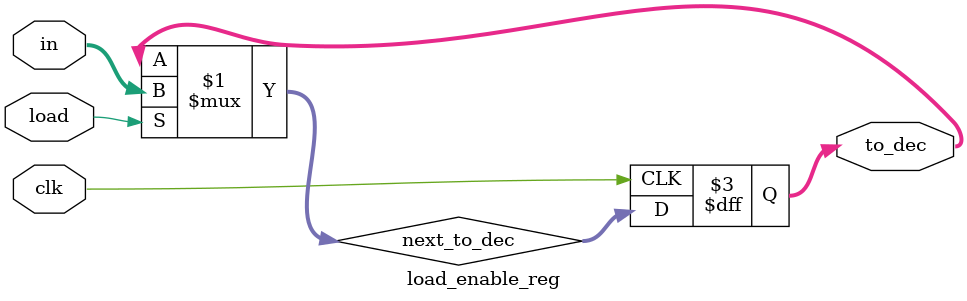
<source format=v>
module load_enable_reg(clk, in, load, to_dec);
	parameter n = 16;
	input clk, load;
	input [n-1:0] in;
	output [n-1:0] to_dec;
	
	wire [n-1:0] next_to_dec;
	reg [n-1:0] to_dec;
	
	//Load the input as the next value to send to decoder if load is 1.
	assign next_to_dec = load ? in : to_dec;
	
	//Update the output on rising edge of clk.
	always @(posedge clk) begin
		to_dec = next_to_dec;
	end
endmodule
</source>
